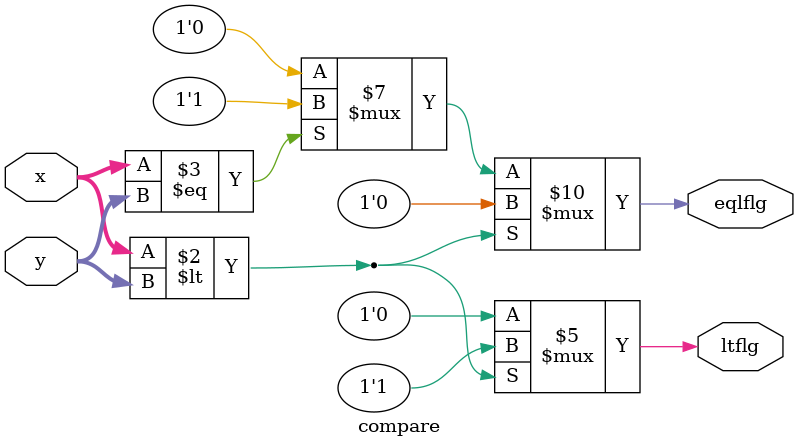
<source format=sv>
`timescale 1ns / 1ps

module compare(
    input logic [7:0]x,y,
    output logic eqlflg,ltflg
    );
    
always_comb 
begin
    eqlflg<=1'b0;
    ltflg<=1'b0;
        if(x<y)
            ltflg<=1'b1;
        else if (x==y)
            eqlflg<=1'b1;           
end    
endmodule

</source>
